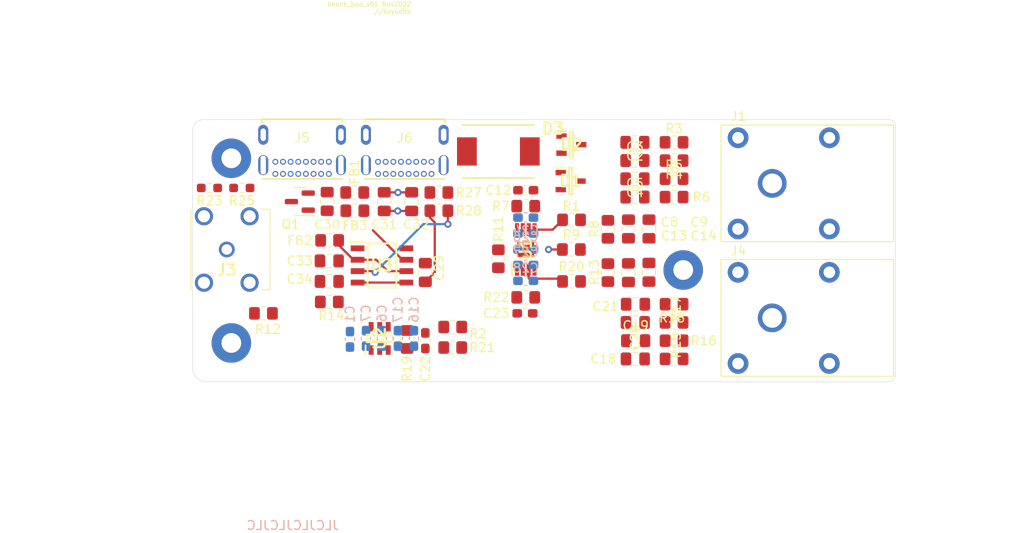
<source format=kicad_pcb>
(kicad_pcb (version 20211014) (generator pcbnew)
  (layers (0 "F.Cu" signal) (31 "B.Cu" signal) (34 "B.Paste" user) (35 "F.Paste" user) (36 "B.SilkS" user "B.Silkscreen") (37 "F.SilkS" user "F.Silkscreen") (38 "B.Mask" user) (39 "F.Mask" user) (44 "Edge.Cuts" user))
  (net 0 "")
  (net 1 "Net-(C2-Pad1)")
  (net 2 "GNDREF")
  (net 3 "VCC")
  (net 4 "Net-(C11-Pad2)")
  (net 5 "Net-(C3-Pad1)")
  (net 6 "Net-(C4-Pad1)")
  (net 7 "Net-(C10-Pad1)")
  (net 8 "greg")
  (net 9 "Net-(C10-Pad2)")
  (net 10 "Net-(C12-Pad1)")
  (net 11 "Net-(C12-Pad2)")
  (net 12 "Net-(C13-Pad1)")
  (net 13 "Net-(C18-Pad1)")
  (net 14 "Net-(C18-Pad2)")
  (net 15 "Net-(C19-Pad2)")
  (net 16 "Net-(C20-Pad2)")
  (net 17 "Net-(C22-Pad1)")
  (net 18 "Net-(C22-Pad2)")
  (net 19 "Net-(C23-Pad1)")
  (net 20 "Net-(C23-Pad2)")
  (net 21 "V-")
  (net 22 "Net-(C30-Pad2)")
  (net 23 "V+")
  (net 24 "Net-(FB2-Pad2)")
  (net 25 "Net-(J1-Pad1)")
  (net 26 "Net-(J3-Pad1)")
  (net 27 "Net-(J5-PadA6)")
  (net 30 "Net-(J6-PadA6)")
  (net 33 "Net-(R1-Pad1)")
  (net 34 "Net-(R14-Pad2)")
  (net 35 "Net-(R3-Pad2)")
  (net 36 "Net-(R4-Pad2)")
  (net 37 "Net-(R5-Pad2)")
  (net 38 "Net-(R15-Pad1)")
  (net 39 "Net-(R16-Pad1)")
  (net 40 "Net-(R17-Pad1)")
  (net 41 "Net-(U1-Pad3)")
  (net 42 "Net-(R27-Pad1)")
  (net 44 "cc1")
  (net 45 "cc2")
  (footprint "kyuditsky_kicad:Banana_Jack_S_RA_73099" (layer "F.Cu") (at 160.782 96.52)
    (fp_text reference "J4" (at -3.76 -7.48) (layer "F.SilkS"))
    (fp_text value "Conn_01x01")
    (pad "1" thru_hole circle locked (at 0 0) (size 3.2 3.2) (drill 2.2) (layers *.Cu *.Mask) (net 13 "Net-(C18-Pad1)"))
    (pad "2" thru_hole circle locked (at 6.36 -5.08) (size 2.3 2.3) (drill 1.3) (layers *.Cu *.Mask))
    (pad "2" thru_hole circle locked (at -3.8 -5.08) (size 2.3 2.3) (drill 1.3) (layers *.Cu *.Mask))
    (pad "2" thru_hole circle locked (at 6.36 5.08) (size 2.3 2.3) (drill 1.3) (layers *.Cu *.Mask))
    (pad "2" thru_hole circle locked (at -3.8 5.08) (size 2.3 2.3) (drill 1.3) (layers *.Cu *.Mask))
  )
  (footprint "kyuditsky_kicad:Banana_Jack_S_RA_73099" (layer "F.Cu") (at 160.782 81.534)
    (fp_text reference "J1" (at -3.76 -7.48) (layer "F.SilkS"))
    (fp_text value "Conn_01x01")
    (pad "1" thru_hole circle locked (at 0 0) (size 3.2 3.2) (drill 2.2) (layers *.Cu *.Mask) (net 25 "Net-(J1-Pad1)"))
    (pad "2" thru_hole circle locked (at 6.36 -5.08) (size 2.3 2.3) (drill 1.3) (layers *.Cu *.Mask))
    (pad "2" thru_hole circle locked (at -3.8 5.08) (size 2.3 2.3) (drill 1.3) (layers *.Cu *.Mask))
    (pad "2" thru_hole circle locked (at 6.36 5.08) (size 2.3 2.3) (drill 1.3) (layers *.Cu *.Mask))
    (pad "2" thru_hole circle locked (at -3.8 -5.08) (size 2.3 2.3) (drill 1.3) (layers *.Cu *.Mask))
  )
  (footprint "MountingHole:MountingHole_2.2mm_M2_Pad" (layer "F.Cu") (at 150.876 91.186)
    (fp_text reference "REF**" hide)
    (fp_text value "MountingHole_2.2mm_M2_Pad")
    (pad "1" thru_hole circle locked (at 0 0) (size 4.4 4.4) (drill 2.2) (layers *.Cu *.Mask))
  )
  (footprint "MountingHole:MountingHole_2.2mm_M2_Pad" (layer "F.Cu") (at 100.584 99.314)
    (fp_text reference "REF**" hide)
    (fp_text value "MountingHole_2.2mm_M2_Pad")
    (pad "1" thru_hole circle locked (at 0 0) (size 4.4 4.4) (drill 2.2) (layers *.Cu *.Mask))
  )
  (footprint "kyuditsky_kicad:BNC5JPGNRABH2D" (layer "F.Cu") (at 100.076 88.9 90)
    (fp_text reference "J3" (at -2.286 0) (layer "F.SilkS") (effects (font (size 1.27 1.27) (thickness 0.254))))
    (fp_text value "BNC5-J-P-GN-RA-BH2D" hide)
    (pad "1" thru_hole circle locked (at 0 0 90) (size 1.755 1.755) (drill 1.17) (layers *.Cu *.Mask) (net 26 "Net-(J3-Pad1)"))
    (pad "2" thru_hole circle locked (at -3.7 -2.54 90) (size 2.025 2.025) (drill 1.35) (layers *.Cu *.Mask) (net 2 "GNDREF"))
    (pad "3" thru_hole circle locked (at -3.7 2.54 90) (size 2.025 2.025) (drill 1.35) (layers *.Cu *.Mask) (net 2 "GNDREF"))
    (pad "4" thru_hole circle locked (at 3.7 2.54 90) (size 2.025 2.025) (drill 1.35) (layers *.Cu *.Mask) (net 2 "GNDREF"))
    (pad "5" thru_hole circle locked (at 3.7 -2.54 90) (size 2.025 2.025) (drill 1.35) (layers *.Cu *.Mask) (net 2 "GNDREF"))
  )
  (footprint "Resistor_SMD:R_0805_2012Metric_Pad1.20x1.40mm_HandSolder" (layer "F.Cu") (at 120.142 98.9225 90)
    (fp_text reference "R19" (at -3.286 0 90) (layer "F.SilkS"))
    (fp_text value "~")
    (pad "1" smd roundrect (at -1 0 90) (size 1.2 1.4) (layers "F.Cu" "F.Paste" "F.Mask") (roundrect_rratio 0.208333) (net 17 "Net-(C22-Pad1)"))
    (pad "2" smd roundrect (at 1 0 90) (size 1.2 1.4) (layers "F.Cu" "F.Paste" "F.Mask") (roundrect_rratio 0.208333) (net 18 "Net-(C22-Pad2)"))
  )
  (footprint "Resistor_SMD:R_0805_2012Metric_Pad1.20x1.40mm_HandSolder" (layer "F.Cu") (at 130.302 89.932 90)
    (fp_text reference "R11" (at 3.318 0 90) (layer "F.SilkS"))
    (fp_text value "~")
    (pad "1" smd roundrect (at -1 0 90) (size 1.2 1.4) (layers "F.Cu" "F.Paste" "F.Mask") (roundrect_rratio 0.208333) (net 20 "Net-(C23-Pad2)"))
    (pad "2" smd roundrect (at 1 0 90) (size 1.2 1.4) (layers "F.Cu" "F.Paste" "F.Mask") (roundrect_rratio 0.208333) (net 11 "Net-(C12-Pad2)"))
  )
  (footprint "kyuditsky_kicad:bav199_tp_SOT95P237X125-3N" (layer "F.Cu") (at 138.43 77.216)
    (fp_text reference "D2" (at 0 0) (layer "F.SilkS") (effects (font (size 1.27 1.27) (thickness 0.254))))
    (fp_text value "BAV199-TP" hide)
    (pad "1" smd rect locked (at -1.1 -0.95 90) (size 0.6 1.15) (layers "F.Cu" "F.Paste" "F.Mask") (net 8 "greg"))
    (pad "2" smd rect locked (at -1.1 0.95 90) (size 0.6 1.15) (layers "F.Cu" "F.Paste" "F.Mask") (net 3 "VCC"))
    (pad "3" smd rect locked (at 1.1 0 90) (size 0.6 1.15) (layers "F.Cu" "F.Paste" "F.Mask") (net 12 "Net-(C13-Pad1)"))
  )
  (footprint "Capacitor_SMD:C_0805_2012Metric_Pad1.18x1.45mm_HandSolder" (layer "F.Cu") (at 145.5045 83.058 180)
    (fp_text reference "C5" (at 0 1.524) (layer "F.SilkS"))
    (fp_text value "4pf")
    (pad "1" smd roundrect (at -1.0375 0 180) (size 1.175 1.45) (layers "F.Cu" "F.Paste" "F.Mask") (roundrect_rratio 0.212766) (net 7 "Net-(C10-Pad1)"))
    (pad "2" smd roundrect (at 1.0375 0 180) (size 1.175 1.45) (layers "F.Cu" "F.Paste" "F.Mask") (roundrect_rratio 0.212766) (net 6 "Net-(C4-Pad1)"))
  )
  (footprint "Resistor_SMD:R_0805_2012Metric_Pad1.20x1.40mm_HandSolder" (layer "F.Cu") (at 111.49 94.742)
    (fp_text reference "R14" (at 0.227064 1.524) (layer "F.SilkS"))
    (fp_text value "~")
    (pad "1" smd roundrect (at -1 0) (size 1.2 1.4) (layers "F.Cu" "F.Paste" "F.Mask") (roundrect_rratio 0.208333) (net 2 "GNDREF"))
    (pad "2" smd roundrect (at 1 0) (size 1.2 1.4) (layers "F.Cu" "F.Paste" "F.Mask") (roundrect_rratio 0.208333) (net 34 "Net-(R14-Pad2)"))
  )
  (footprint "Capacitor_SMD:C_0805_2012Metric_Pad1.18x1.45mm_HandSolder" (layer "F.Cu") (at 144.78 91.483 90)
    (fp_text reference "C13" (at 4.107 5.08) (layer "F.SilkS"))
    (fp_text value "350pF")
    (pad "1" smd roundrect (at -1.0375 0 90) (size 1.175 1.45) (layers "F.Cu" "F.Paste" "F.Mask") (roundrect_rratio 0.212766) (net 12 "Net-(C13-Pad1)"))
    (pad "2" smd roundrect (at 1.0375 0 90) (size 1.175 1.45) (layers "F.Cu" "F.Paste" "F.Mask") (roundrect_rratio 0.212766) (net 9 "Net-(C10-Pad2)"))
  )
  (footprint "Resistor_SMD:R_0805_2012Metric_Pad1.20x1.40mm_HandSolder" (layer "F.Cu") (at 111.522 87.884)
    (fp_text reference "FB2" (at -3.318 0) (layer "F.SilkS"))
    (fp_text value "Ferrite_Bead")
    (pad "1" smd roundrect (at -1 0) (size 1.2 1.4) (layers "F.Cu" "F.Paste" "F.Mask") (roundrect_rratio 0.208333) (net 2 "GNDREF"))
    (pad "2" smd roundrect (at 1 0) (size 1.2 1.4) (layers "F.Cu" "F.Paste" "F.Mask") (roundrect_rratio 0.208333) (net 24 "Net-(FB2-Pad2)"))
  )
  (footprint "Resistor_SMD:R_0805_2012Metric_Pad1.20x1.40mm_HandSolder" (layer "F.Cu") (at 125.222 99.822)
    (fp_text reference "R21" (at 3.286 0) (layer "F.SilkS"))
    (fp_text value "~")
    (pad "1" smd roundrect (at -1 0) (size 1.2 1.4) (layers "F.Cu" "F.Paste" "F.Mask") (roundrect_rratio 0.208333) (net 18 "Net-(C22-Pad2)"))
    (pad "2" smd roundrect (at 1 0) (size 1.2 1.4) (layers "F.Cu" "F.Paste" "F.Mask") (roundrect_rratio 0.208333) (net 19 "Net-(C23-Pad1)"))
  )
  (footprint "Resistor_SMD:R_0805_2012Metric_Pad1.20x1.40mm_HandSolder" (layer "F.Cu") (at 149.86 99.06 180)
    (fp_text reference "R16" (at -3.302 0) (layer "F.SilkS"))
    (fp_text value "1M")
    (pad "1" smd roundrect (at -1 0 180) (size 1.2 1.4) (layers "F.Cu" "F.Paste" "F.Mask") (roundrect_rratio 0.208333) (net 39 "Net-(R16-Pad1)"))
    (pad "2" smd roundrect (at 1 0 180) (size 1.2 1.4) (layers "F.Cu" "F.Paste" "F.Mask") (roundrect_rratio 0.208333) (net 38 "Net-(R15-Pad1)"))
  )
  (footprint "Resistor_SMD:R_0805_2012Metric_Pad1.20x1.40mm_HandSolder" (layer "F.Cu") (at 133.35 84.074)
    (fp_text reference "R7" (at -2.794 0) (layer "F.SilkS"))
    (fp_text value "~")
    (pad "1" smd roundrect (at -1 0) (size 1.2 1.4) (layers "F.Cu" "F.Paste" "F.Mask") (roundrect_rratio 0.208333) (net 10 "Net-(C12-Pad1)"))
    (pad "2" smd roundrect (at 1 0) (size 1.2 1.4) (layers "F.Cu" "F.Paste" "F.Mask") (roundrect_rratio 0.208333) (net 11 "Net-(C12-Pad2)"))
  )
  (footprint "Resistor_SMD:R_0805_2012Metric_Pad1.20x1.40mm_HandSolder" (layer "F.Cu") (at 149.86 83.058)
    (fp_text reference "R6" (at 3.048 0) (layer "F.SilkS"))
    (fp_text value "1M")
    (pad "1" smd roundrect (at -1 0) (size 1.2 1.4) (layers "F.Cu" "F.Paste" "F.Mask") (roundrect_rratio 0.208333) (net 37 "Net-(R5-Pad2)"))
    (pad "2" smd roundrect (at 1 0) (size 1.2 1.4) (layers "F.Cu" "F.Paste" "F.Mask") (roundrect_rratio 0.208333) (net 7 "Net-(C10-Pad1)"))
  )
  (footprint "Resistor_SMD:R_0805_2012Metric_Pad1.20x1.40mm_HandSolder" (layer "F.Cu") (at 142.494 91.4775 90)
    (fp_text reference "R13" (at 0.0375 -1.524 90) (layer "F.SilkS"))
    (fp_text value "50k")
    (pad "1" smd roundrect (at -1 0 90) (size 1.2 1.4) (layers "F.Cu" "F.Paste" "F.Mask") (roundrect_rratio 0.208333) (net 12 "Net-(C13-Pad1)"))
    (pad "2" smd roundrect (at 1 0 90) (size 1.2 1.4) (layers "F.Cu" "F.Paste" "F.Mask") (roundrect_rratio 0.208333) (net 9 "Net-(C10-Pad2)"))
  )
  (footprint "Resistor_SMD:R_0805_2012Metric_Pad1.20x1.40mm_HandSolder" (layer "F.Cu") (at 149.86 97.028)
    (fp_text reference "R17" (at 0.222 -1.524 90) (layer "F.SilkS"))
    (fp_text value "1M")
    (pad "1" smd roundrect (at -1 0) (size 1.2 1.4) (layers "F.Cu" "F.Paste" "F.Mask") (roundrect_rratio 0.208333) (net 40 "Net-(R17-Pad1)"))
    (pad "2" smd roundrect (at 1 0) (size 1.2 1.4) (layers "F.Cu" "F.Paste" "F.Mask") (roundrect_rratio 0.208333) (net 39 "Net-(R16-Pad1)"))
  )
  (footprint "Capacitor_SMD:C_0805_2012Metric_Pad1.18x1.45mm_HandSolder" (layer "F.Cu") (at 111.252 83.5445 90)
    (fp_text reference "C30" (at -2.5615 0) (layer "F.SilkS"))
    (fp_text value "~")
    (pad "1" smd roundrect (at -1.0375 0 90) (size 1.175 1.45) (layers "F.Cu" "F.Paste" "F.Mask") (roundrect_rratio 0.212766) (net 21 "V-"))
    (pad "2" smd roundrect (at 1.0375 0 90) (size 1.175 1.45) (layers "F.Cu" "F.Paste" "F.Mask") (roundrect_rratio 0.212766) (net 22 "Net-(C30-Pad2)"))
  )
  (footprint "Resistor_SMD:R_0805_2012Metric_Pad1.20x1.40mm_HandSolder" (layer "F.Cu") (at 125.222 97.536)
    (fp_text reference "R2" (at 2.81 0.762) (layer "F.SilkS"))
    (fp_text value "~")
    (pad "1" smd roundrect (at -1 0) (size 1.2 1.4) (layers "F.Cu" "F.Paste" "F.Mask") (roundrect_rratio 0.208333) (net 34 "Net-(R14-Pad2)"))
    (pad "2" smd roundrect (at 1 0) (size 1.2 1.4) (layers "F.Cu" "F.Paste" "F.Mask") (roundrect_rratio 0.208333) (net 10 "Net-(C12-Pad1)"))
  )
  (footprint "kyuditsky_kicad:SOIC127P600X175-8NLM7301" (layer "F.Cu") (at 117.348 90.678)
    (fp_text reference "U3" (at 0 0) (layer "F.SilkS") (effects (font (size 1.27 1.27) (thickness 0.254))))
    (fp_text value "LM7301" hide)
    (pad "1" smd rect locked (at -2.711 -1.905 90) (size 0.65 1.528) (layers "F.Cu" "F.Paste" "F.Mask"))
    (pad "2" smd rect locked (at -2.711 -0.635 90) (size 0.65 1.528) (layers "F.Cu" "F.Paste" "F.Mask") (net 24 "Net-(FB2-Pad2)"))
    (pad "3" smd rect locked (at -2.711 0.635 90) (size 0.65 1.528) (layers "F.Cu" "F.Paste" "F.Mask") (net 42 "Net-(R27-Pad1)"))
    (pad "4" smd rect locked (at -2.711 1.905 90) (size 0.65 1.528) (layers "F.Cu" "F.Paste" "F.Mask") (net 8 "greg"))
    (pad "5" smd rect locked (at 2.711 1.905 90) (size 0.65 1.528) (layers "F.Cu" "F.Paste" "F.Mask"))
    (pad "6" smd rect locked (at 2.711 0.635 90) (size 0.65 1.528) (layers "F.Cu" "F.Paste" "F.Mask") (net 24 "Net-(FB2-Pad2)"))
    (pad "7" smd rect locked (at 2.711 -0.635 90) (size 0.65 1.528) (layers "F.Cu" "F.Paste" "F.Mask") (net 3 "VCC"))
    (pad "8" smd rect locked (at 2.711 -1.905 90) (size 0.65 1.528) (layers "F.Cu" "F.Paste" "F.Mask"))
  )
  (footprint "Capacitor_SMD:C_0603_1608Metric_Pad1.08x0.95mm_HandSolder" (layer "F.Cu") (at 122.174 99.06 90)
    (fp_text reference "C22" (at -3.1485 0 90) (layer "F.SilkS"))
    (fp_text value "~")
    (pad "1" smd roundrect (at -0.8625 0 90) (size 1.075 0.95) (layers "F.Cu" "F.Paste" "F.Mask") (net 17 "Net-(C22-Pad1)"))
    (pad "2" smd roundrect (at 0.8625 0 90) (size 1.075 0.95) (layers "F.Cu" "F.Paste" "F.Mask") (net 18 "Net-(C22-Pad2)"))
  )
  (footprint "Capacitor_SMD:C_0805_2012Metric_Pad1.18x1.45mm_HandSolder" (layer "F.Cu") (at 120.65 83.566 90)
    (fp_text reference "C32" (at -2.54 0.508) (layer "F.SilkS"))
    (fp_text value "~")
    (pad "1" smd roundrect (at -1.0375 0 90) (size 1.175 1.45) (layers "F.Cu" "F.Paste" "F.Mask") (roundrect_rratio 0.212766) (net 8 "greg"))
    (pad "2" smd roundrect (at 1.0375 0 90) (size 1.175 1.45) (layers "F.Cu" "F.Paste" "F.Mask") (roundrect_rratio 0.212766) (net 3 "VCC"))
  )
  (footprint "Resistor_SMD:R_0805_2012Metric_Pad1.20x1.40mm_HandSolder" (layer "F.Cu") (at 104.156 96.012)
    (fp_text reference "R12" (at 0.492 1.778) (layer "F.SilkS"))
    (fp_text value "~")
    (pad "1" smd roundrect (at -1 0) (size 1.2 1.4) (layers "F.Cu" "F.Paste" "F.Mask") (roundrect_rratio 0.208333) (net 26 "Net-(J3-Pad1)"))
    (pad "2" smd roundrect (at 1 0) (size 1.2 1.4) (layers "F.Cu" "F.Paste" "F.Mask") (roundrect_rratio 0.208333) (net 17 "Net-(C22-Pad1)"))
  )
  (footprint "Resistor_SMD:R_0603_1608Metric_Pad0.98x0.95mm_HandSolder" (layer "F.Cu") (at 101.7505 82.042 180)
    (fp_text reference "R25" (at 0 -1.43) (layer "F.SilkS"))
    (fp_text value "5.1k")
    (pad "1" smd roundrect (at -0.9125 0 180) (size 0.975 0.95) (layers "F.Cu" "F.Paste" "F.Mask") (net 45 "cc2"))
    (pad "2" smd roundrect (at 0.9125 0 180) (size 0.975 0.95) (layers "F.Cu" "F.Paste" "F.Mask") (net 21 "V-"))
  )
  (footprint "Resistor_SMD:R_0805_2012Metric_Pad1.20x1.40mm_HandSolder" (layer "F.Cu") (at 149.86 94.996 180)
    (fp_text reference "R18" (at 0.222 -1.524) (layer "F.SilkS"))
    (fp_text value "1M")
    (pad "1" smd roundrect (at -1 0 180) (size 1.2 1.4) (layers "F.Cu" "F.Paste" "F.Mask") (roundrect_rratio 0.208333) (net 12 "Net-(C13-Pad1)"))
    (pad "2" smd roundrect (at 1 0 180) (size 1.2 1.4) (layers "F.Cu" "F.Paste" "F.Mask") (roundrect_rratio 0.208333) (net 40 "Net-(R17-Pad1)"))
  )
  (footprint "Capacitor_SMD:C_0805_2012Metric_Pad1.18x1.45mm_HandSolder" (layer "F.Cu") (at 145.542 97.028 180)
    (fp_text reference "C20" (at 0 -1.68 90) (layer "F.SilkS"))
    (fp_text value "4pf")
    (pad "1" smd roundrect (at -1.0375 0 180) (size 1.175 1.45) (layers "F.Cu" "F.Paste" "F.Mask") (roundrect_rratio 0.212766) (net 15 "Net-(C19-Pad2)"))
    (pad "2" smd roundrect (at 1.0375 0 180) (size 1.175 1.45) (layers "F.Cu" "F.Paste" "F.Mask") (roundrect_rratio 0.212766) (net 16 "Net-(C20-Pad2)"))
  )
  (footprint "Capacitor_SMD:C_0805_2012Metric_Pad1.18x1.45mm_HandSolder" (layer "F.Cu") (at 145.542 101.092 180)
    (fp_text reference "C18" (at 3.556 0) (layer "F.SilkS"))
    (fp_text value "4pf")
    (pad "1" smd roundrect (at -1.0375 0 180) (size 1.175 1.45) (layers "F.Cu" "F.Paste" "F.Mask") (roundrect_rratio 0.212766) (net 13 "Net-(C18-Pad1)"))
    (pad "2" smd roundrect (at 1.0375 0 180) (size 1.175 1.45) (layers "F.Cu" "F.Paste" "F.Mask") (roundrect_rratio 0.212766) (net 14 "Net-(C18-Pad2)"))
  )
  (footprint "Resistor_SMD:R_0805_2012Metric_Pad1.20x1.40mm_HandSolder" (layer "F.Cu") (at 142.494 86.6515 90)
    (fp_text reference "R8" (at 0.0375 -1.524 90) (layer "F.SilkS"))
    (fp_text value "50k")
    (pad "1" smd roundrect (at -1 0 90) (size 1.2 1.4) (layers "F.Cu" "F.Paste" "F.Mask") (roundrect_rratio 0.208333) (net 9 "Net-(C10-Pad2)"))
    (pad "2" smd roundrect (at 1 0 90) (size 1.2 1.4) (layers "F.Cu" "F.Paste" "F.Mask") (roundrect_rratio 0.208333) (net 7 "Net-(C10-Pad1)"))
  )
  (footprint "Capacitor_SMD:C_0805_2012Metric_Pad1.18x1.45mm_HandSolder" (layer "F.Cu") (at 111.4845 90.17 180)
    (fp_text reference "C33" (at 3.2805 0) (layer "F.SilkS"))
    (fp_text value "~")
    (pad "1" smd roundrect (at -1.0375 0 180) (size 1.175 1.45) (layers "F.Cu" "F.Paste" "F.Mask") (roundrect_rratio 0.212766) (net 8 "greg"))
    (pad "2" smd roundrect (at 1.0375 0 180) (size 1.175 1.45) (layers "F.Cu" "F.Paste" "F.Mask") (roundrect_rratio 0.212766) (net 2 "GNDREF"))
  )
  (footprint "kyuditsky_kicad:SOP65P490X110-9N_LTC6269" (layer "F.Cu") (at 133.35 88.9 90)
    (fp_text reference "U1" (at 0 0 90) (layer "F.SilkS") (effects (font (size 1.27 1.27) (thickness 0.254))))
    (fp_text value "LTC6269" hide)
    (pad "1" smd rect locked (at -2.212 -0.975 180) (size 0.45 1.425) (layers "F.Cu" "F.Paste" "F.Mask") (net 19 "Net-(C23-Pad1)"))
    (pad "2" smd rect locked (at -2.212 -0.325 180) (size 0.45 1.425) (layers "F.Cu" "F.Paste" "F.Mask") (net 20 "Net-(C23-Pad2)"))
    (pad "3" smd rect locked (at -2.212 0.325 180) (size 0.45 1.425) (layers "F.Cu" "F.Paste" "F.Mask") (net 41 "Net-(U1-Pad3)"))
    (pad "4" smd rect locked (at -2.212 0.975 180) (size 0.45 1.425) (layers "F.Cu" "F.Paste" "F.Mask") (net 8 "greg"))
    (pad "5" smd rect locked (at 2.212 0.975 180) (size 0.45 1.425) (layers "F.Cu" "F.Paste" "F.Mask") (net 33 "Net-(R1-Pad1)"))
    (pad "6" smd rect locked (at 2.212 0.325 180) (size 0.45 1.425) (layers "F.Cu" "F.Paste" "F.Mask") (net 11 "Net-(C12-Pad2)"))
    (pad "7" smd rect locked (at 2.212 -0.325 180) (size 0.45 1.425) (layers "F.Cu" "F.Paste" "F.Mask") (net 10 "Net-(C12-Pad1)"))
    (pad "8" smd rect locked (at 2.212 -0.975 180) (size 0.45 1.425) (layers "F.Cu" "F.Paste" "F.Mask") (net 3 "VCC"))
    (pad "9" smd rect locked (at 0 0 90) (size 1.68 1.88) (layers "F.Cu" "F.Paste" "F.Mask"))
  )
  (footprint "Resistor_SMD:R_0805_2012Metric_Pad1.20x1.40mm_HandSolder" (layer "F.Cu") (at 123.682 82.55 180)
    (fp_text reference "R27" (at -3.318 0) (layer "F.SilkS"))
    (fp_text value "~")
    (pad "1" smd roundrect (at -1 0 180) (size 1.2 1.4) (layers "F.Cu" "F.Paste" "F.Mask") (roundrect_rratio 0.208333) (net 42 "Net-(R27-Pad1)"))
    (pad "2" smd roundrect (at 1 0 180) (size 1.2 1.4) (layers "F.Cu" "F.Paste" "F.Mask") (roundrect_rratio 0.208333) (net 3 "VCC"))
  )
  (footprint "Resistor_SMD:R_0805_2012Metric_Pad1.20x1.40mm_HandSolder" (layer "F.Cu") (at 114.332 84.582 180)
    (fp_text reference "FB3" (at 0 -1.65) (layer "F.SilkS"))
    (fp_text value "Ferrite_Bead")
    (pad "1" smd roundrect (at -1 0 180) (size 1.2 1.4) (layers "F.Cu" "F.Paste" "F.Mask") (roundrect_rratio 0.208333) (net 8 "greg"))
    (pad "2" smd roundrect (at 1 0 180) (size 1.2 1.4) (layers "F.Cu" "F.Paste" "F.Mask") (roundrect_rratio 0.208333) (net 21 "V-"))
  )
  (footprint "Resistor_SMD:R_0805_2012Metric_Pad1.20x1.40mm_HandSolder" (layer "F.Cu") (at 149.86 81.026 180)
    (fp_text reference "R5" (at 0 1.524) (layer "F.SilkS"))
    (fp_text value "1M")
    (pad "1" smd roundrect (at -1 0 180) (size 1.2 1.4) (layers "F.Cu" "F.Paste" "F.Mask") (roundrect_rratio 0.208333) (net 36 "Net-(R4-Pad2)"))
    (pad "2" smd roundrect (at 1 0 180) (size 1.2 1.4) (layers "F.Cu" "F.Paste" "F.Mask") (roundrect_rratio 0.208333) (net 37 "Net-(R5-Pad2)"))
  )
  (footprint "Resistor_SMD:R_0805_2012Metric_Pad1.20x1.40mm_HandSolder" (layer "F.Cu") (at 138.43 88.9)
    (fp_text reference "R9" (at 0 -1.65) (layer "F.SilkS"))
    (fp_text value "DNP")
    (pad "1" smd roundrect (at -1 0) (size 1.2 1.4) (layers "F.Cu" "F.Paste" "F.Mask") (roundrect_rratio 0.208333) (net 2 "GNDREF"))
    (pad "2" smd roundrect (at 1 0) (size 1.2 1.4) (layers "F.Cu" "F.Paste" "F.Mask") (roundrect_rratio 0.208333) (net 9 "Net-(C10-Pad2)"))
  )
  (footprint "Capacitor_SMD:C_0805_2012Metric_Pad1.18x1.45mm_HandSolder" (layer "F.Cu") (at 117.602 83.566 90)
    (fp_text reference "C31" (at -2.54 0) (layer "F.SilkS"))
    (fp_text value "~")
    (pad "1" smd roundrect (at -1.0375 0 90) (size 1.175 1.45) (layers "F.Cu" "F.Paste" "F.Mask") (roundrect_rratio 0.212766) (net 8 "greg"))
    (pad "2" smd roundrect (at 1.0375 0 90) (size 1.175 1.45) (layers "F.Cu" "F.Paste" "F.Mask") (roundrect_rratio 0.212766) (net 3 "VCC"))
  )
  (footprint "Capacitor_SMD:C_0805_2012Metric_Pad1.18x1.45mm_HandSolder" (layer "F.Cu") (at 145.585 99.06)
    (fp_text reference "C19" (at 0 -1.68) (layer "F.SilkS"))
    (fp_text value "4pf")
    (pad "1" smd roundrect (at -1.0375 0) (size 1.175 1.45) (layers "F.Cu" "F.Paste" "F.Mask") (roundrect_rratio 0.212766) (net 14 "Net-(C18-Pad2)"))
    (pad "2" smd roundrect (at 1.0375 0) (size 1.175 1.45) (layers "F.Cu" "F.Paste" "F.Mask") (roundrect_rratio 0.212766) (net 15 "Net-(C19-Pad2)"))
  )
  (footprint "Capacitor_SMD:C_0805_2012Metric_Pad1.18x1.45mm_HandSolder" (layer "F.Cu") (at 145.5045 78.994 180)
    (fp_text reference "C3" (at 0 1.524) (layer "F.SilkS"))
    (fp_text value "4pf")
    (pad "1" smd roundrect (at -1.0375 0 180) (size 1.175 1.45) (layers "F.Cu" "F.Paste" "F.Mask") (roundrect_rratio 0.212766) (net 5 "Net-(C3-Pad1)"))
    (pad "2" smd roundrect (at 1.0375 0 180) (size 1.175 1.45) (layers "F.Cu" "F.Paste" "F.Mask") (roundrect_rratio 0.212766) (net 1 "Net-(C2-Pad1)"))
  )
  (footprint "Resistor_SMD:R_0805_2012Metric_Pad1.20x1.40mm_HandSolder" (layer "F.Cu") (at 149.86 101.092)
    (fp_text reference "R15" (at 0.222 -1.524 90) (layer "F.SilkS"))
    (fp_text value "1M")
    (pad "1" smd roundrect (at -1 0) (size 1.2 1.4) (layers "F.Cu" "F.Paste" "F.Mask") (roundrect_rratio 0.208333) (net 38 "Net-(R15-Pad1)"))
    (pad "2" smd roundrect (at 1 0) (size 1.2 1.4) (layers "F.Cu" "F.Paste" "F.Mask") (roundrect_rratio 0.208333) (net 13 "Net-(C18-Pad1)"))
  )
  (footprint "Capacitor_SMD:C_0603_1608Metric_Pad1.08x0.95mm_HandSolder" (layer "F.Cu") (at 133.2655 96.012)
    (fp_text reference "C23" (at -3.2015 0) (layer "F.SilkS"))
    (fp_text value "~")
    (pad "1" smd roundrect (at -0.8625 0) (size 1.075 0.95) (layers "F.Cu" "F.Paste" "F.Mask") (net 19 "Net-(C23-Pad1)"))
    (pad "2" smd roundrect (at 0.8625 0) (size 1.075 0.95) (layers "F.Cu" "F.Paste" "F.Mask") (net 20 "Net-(C23-Pad2)"))
  )
  (footprint "MountingHole:MountingHole_2.2mm_M2_Pad" (layer "F.Cu") (at 100.584 78.74)
    (fp_text reference "REF**" hide)
    (fp_text value "MountingHole_2.2mm_M2_Pad")
    (pad "1" thru_hole circle locked (at 0 0) (size 4.4 4.4) (drill 2.2) (layers *.Cu *.Mask))
  )
  (footprint "kyuditsky_kicad:littlefuseTVS" (layer "F.Cu") (at 130.302 77.978 180)
    (fp_text reference "D3" (at -6.096 2.54) (layer "F.SilkS") (effects (font (size 1.27 1.27) (thickness 0.254))))
    (fp_text value "SMCJ5.0A" hide)
    (pad "1" smd rect locked (at -3.5 0 180) (size 2.2 3.15) (layers "F.Cu" "F.Paste" "F.Mask") (net 23 "V+"))
    (pad "2" smd rect locked (at 3.5 0 180) (size 2.2 3.15) (layers "F.Cu" "F.Paste" "F.Mask") (net 21 "V-"))
  )
  (footprint "kyuditsky_kicad:SOT95P280X100-6N_LTC6268" (layer "F.Cu") (at 117.094 98.806 90)
    (fp_text reference "U2" (at 0 0 90) (layer "F.SilkS") (effects (font (size 1.27 1.27) (thickness 0.254))))
    (fp_text value "LTC6268" hide)
    (pad "1" smd rect locked (at -1.3 -0.95 180) (size 0.55 1.05) (layers "F.Cu" "F.Paste" "F.Mask") (net 17 "Net-(C22-Pad1)"))
    (pad "2" smd rect locked (at -1.3 0 180) (size 0.55 1.05) (layers "F.Cu" "F.Paste" "F.Mask") (net 8 "greg"))
    (pad "3" smd rect locked (at -1.3 0.95 180) (size 0.55 1.05) (layers "F.Cu" "F.Paste" "F.Mask") (net 34 "Net-(R14-Pad2)"))
    (pad "4" smd rect locked (at 1.3 0.95 180) (size 0.55 1.05) (layers "F.Cu" "F.Paste" "F.Mask") (net 18 "Net-(C22-Pad2)"))
    (pad "5" smd rect locked (at 1.3 0 180) (size 0.55 1.05) (layers "F.Cu" "F.Paste" "F.Mask"))
    (pad "6" smd rect locked (at 1.3 -0.95 180) (size 0.55 1.05) (layers "F.Cu" "F.Paste" "F.Mask") (net 3 "VCC"))
  )
  (footprint "Resistor_SMD:R_0805_2012Metric_Pad1.20x1.40mm_HandSolder" (layer "F.Cu") (at 133.35 94.234)
    (fp_text reference "R22" (at -3.286 0) (layer "F.SilkS"))
    (fp_text value "~")
    (pad "1" smd roundrect (at -1 0) (size 1.2 1.4) (layers "F.Cu" "F.Paste" "F.Mask") (roundrect_rratio 0.208333) (net 19 "Net-(C23-Pad1)"))
    (pad "2" smd roundrect (at 1 0) (size 1.2 1.4) (layers "F.Cu" "F.Paste" "F.Mask") (roundrect_rratio 0.208333) (net 20 "Net-(C23-Pad2)"))
  )
  (footprint "Resistor_SMD:R_0805_2012Metric_Pad1.20x1.40mm_HandSolder" (layer "F.Cu") (at 149.86 76.962 180)
    (fp_text reference "R3" (at 0 1.524) (layer "F.SilkS"))
    (fp_text value "1M")
    (pad "1" smd roundrect (at -1 0 180) (size 1.2 1.4) (layers "F.Cu" "F.Paste" "F.Mask") (roundrect_rratio 0.208333) (net 4 "Net-(C11-Pad2)"))
    (pad "2" smd roundrect (at 1 0 180) (size 1.2 1.4) (layers "F.Cu" "F.Paste" "F.Mask") (roundrect_rratio 0.208333) (net 35 "Net-(R3-Pad2)"))
  )
  (footprint "kyuditsky_kicad:GCT_USB4085-GF-A_REVA4" (layer "F.Cu") (at 119.888 76.454 180)
    (fp_text reference "J6" (at 0 0) (layer "F.SilkS") (effects (font (size 1.00015 1.00015))))
    (fp_text value "USB4085-GF-A_REVA4")
    (pad "A1" thru_hole circle locked (at -2.975 -4.025 180) (size 0.65 0.65) (drill 0.4) (layers *.Cu *.Mask) (net 21 "V-"))
    (pad "A4" thru_hole circle locked (at -2.125 -4.025 180) (size 0.65 0.65) (drill 0.4) (layers *.Cu *.Mask) (net 23 "V+"))
    (pad "A5" thru_hole circle locked (at -1.275 -4.025 180) (size 0.65 0.65) (drill 0.4) (layers *.Cu *.Mask) (net 44 "cc1"))
    (pad "A6" thru_hole circle locked (at -0.425 -4.025 180) (size 0.65 0.65) (drill 0.4) (layers *.Cu *.Mask) (net 30 "Net-(J6-PadA6)"))
    (pad "A7" thru_hole circle locked (at 0.425 -4.025 180) (size 0.65 0.65) (drill 0.4) (layers *.Cu *.Mask) (net 30 "Net-(J6-PadA6)"))
    (pad "A8" thru_hole circle locked (at 1.275 -4.025 180) (size 0.65 0.65) (drill 0.4) (layers *.Cu *.Mask))
    (pad "A9" thru_hole circle locked (at 2.125 -4.025 180) (size 0.65 0.65) (drill 0.4) (layers *.Cu *.Mask) (net 23 "V+"))
    (pad "A12" thru_hole circle locked (at 2.975 -4.025 180) (size 0.65 0.65) (drill 0.4) (layers *.Cu *.Mask) (net 21 "V-"))
    (pad "B1" thru_hole circle locked (at 2.975 -2.675 180) (size 0.65 0.65) (drill 0.4) (layers *.Cu *.Mask) (net 21 "V-"))
    (pad "B4" thru_hole circle locked (at 2.125 -2.675 180) (size 0.65 0.65) (drill 0.4) (layers *.Cu *.Mask) (net 23 "V+"))
    (pad "B5" thru_hole circle locked (at 1.275 -2.675 180) (size 0.65 0.65) (drill 0.4) (layers *.Cu *.Mask) (net 45 "cc2"))
    (pad "B6" thru_hole circle locked (at 0.425 -2.675 180) (size 0.65 0.65) (drill 0.4) (layers *.Cu *.Mask) (net 30 "Net-(J6-PadA6)"))
    (pad "B7" thru_hole circle locked (at -0.425 -2.675 180) (size 0.65 0.65) (drill 0.4) (layers *.Cu *.Mask) (net 30 "Net-(J6-PadA6)"))
    (pad "B8" thru_hole circle locked (at -1.275 -2.675 180) (size 0.65 0.65) (drill 0.4) (layers *.Cu *.Mask))
    (pad "B9" thru_hole circle locked (at -2.125 -2.675 180) (size 0.65 0.65) (drill 0.4) (layers *.Cu *.Mask) (net 23 "V+"))
    (pad "B12" thru_hole circle locked (at -2.975 -2.675 180) (size 0.65 0.65) (drill 0.4) (layers *.Cu *.Mask) (net 21 "V-"))
    (pad "P1" thru_hole oval locked (at -4.325 -3.045 180) (size 1.108 2.216) (drill oval 0.6 2.1) (layers *.Cu *.Mask) (net 21 "V-"))
    (pad "P2" thru_hole oval locked (at 4.325 -3.045 180) (size 1.108 2.216) (drill oval 0.6 2.1) (layers *.Cu *.Mask) (net 21 "V-"))
    (pad "P3" thru_hole oval locked (at 4.325 0.335 180) (size 1.108 2.216) (drill oval 0.6 1.4) (layers *.Cu *.Mask) (net 21 "V-"))
    (pad "P4" thru_hole oval locked (at -4.325 0.335 180) (size 1.108 2.216) (drill oval 0.6 1.4) (layers *.Cu *.Mask) (net 21 "V-"))
  )
  (footprint "Capacitor_SMD:C_0603_1608Metric_Pad1.08x0.95mm_HandSolder" (layer "F.Cu") (at 133.35 82.296)
    (fp_text reference "C12" (at -3.048 0) (layer "F.SilkS"))
    (fp_text value "~")
    (pad "1" smd roundrect (at -0.8625 0) (size 1.075 0.95) (layers "F.Cu" "F.Paste" "F.Mask") (net 10 "Net-(C12-Pad1)"))
    (pad "2" smd roundrect (at 0.8625 0) (size 1.075 0.95) (layers "F.Cu" "F.Paste" "F.Mask") (net 11 "Net-(C12-Pad2)"))
  )
  (footprint "kyuditsky_kicad:GCT_USB4085-GF-A_REVA4" (layer "F.Cu") (at 108.458 76.454 180)
    (fp_text reference "J5" (at 0 0) (layer "F.SilkS") (effects (font (size 1.00015 1.00015))))
    (fp_text value "USB4085-GF-A_REVA4")
    (pad "A1" thru_hole circle locked (at -2.975 -4.025 180) (size 0.65 0.65) (drill 0.4) (layers *.Cu *.Mask) (net 21 "V-"))
    (pad "A4" thru_hole circle locked (at -2.125 -4.025 180) (size 0.65 0.65) (drill 0.4) (layers *.Cu *.Mask) (net 23 "V+"))
    (pad "A5" thru_hole circle locked (at -1.275 -4.025 180) (size 0.65 0.65) (drill 0.4) (layers *.Cu *.Mask) (net 44 "cc1"))
    (pad "A6" thru_hole circle locked (at -0.425 -4.025 180) (size 0.65 0.65) (drill 0.4) (layers *.Cu *.Mask) (net 27 "Net-(J5-PadA6)"))
    (pad "A7" thru_hole circle locked (at 0.425 -4.025 180) (size 0.65 0.65) (drill 0.4) (layers *.Cu *.Mask) (net 27 "Net-(J5-PadA6)"))
    (pad "A8" thru_hole circle locked (at 1.275 -4.025 180) (size 0.65 0.65) (drill 0.4) (layers *.Cu *.Mask))
    (pad "A9" thru_hole circle locked (at 2.125 -4.025 180) (size 0.65 0.65) (drill 0.4) (layers *.Cu *.Mask) (net 23 "V+"))
    (pad "A12" thru_hole circle locked (at 2.975 -4.025 180) (size 0.65 0.65) (drill 0.4) (layers *.Cu *.Mask) (net 21 "V-"))
    (pad "B1" thru_hole circle locked (at 2.975 -2.675 180) (size 0.65 0.65) (drill 0.4) (layers *.Cu *.Mask) (net 21 "V-"))
    (pad "B4" thru_hole circle locked (at 2.125 -2.675 180) (size 0.65 0.65) (drill 0.4) (layers *.Cu *.Mask) (net 23 "V+"))
    (pad "B5" thru_hole circle locked (at 1.275 -2.675 180) (size 0.65 0.65) (drill 0.4) (layers *.Cu *.Mask) (net 45 "cc2"))
    (pad "B6" thru_hole circle locked (at 0.425 -2.675 180) (size 0.65 0.65) (drill 0.4) (layers *.Cu *.Mask) (net 27 "Net-(J5-PadA6)"))
    (pad "B7" thru_hole circle locked (at -0.425 -2.675 180) (size 0.65 0.65) (drill 0.4) (layers *.Cu *.Mask) (net 27 "Net-(J5-PadA6)"))
    (pad "B8" thru_hole circle locked (at -1.275 -2.675 180) (size 0.65 0.65) (drill 0.4) (layers *.Cu *.Mask))
    (pad "B9" thru_hole circle locked (at -2.125 -2.675 180) (size 0.65 0.65) (drill 0.4) (layers *.Cu *.Mask) (net 23 "V+"))
    (pad "B12" thru_hole circle locked (at -2.975 -2.675 180) (size 0.65 0.65) (drill 0.4) (layers *.Cu *.Mask) (net 21 "V-"))
    (pad "P1" thru_hole oval locked (at -4.325 -3.045 180) (size 1.108 2.216) (drill oval 0.6 2.1) (layers *.Cu *.Mask) (net 21 "V-"))
    (pad "P2" thru_hole oval locked (at 4.325 -3.045 180) (size 1.108 2.216) (drill oval 0.6 2.1) (layers *.Cu *.Mask) (net 21 "V-"))
    (pad "P3" thru_hole oval locked (at 4.325 0.335 180) (size 1.108 2.216) (drill oval 0.6 1.4) (layers *.Cu *.Mask) (net 21 "V-"))
    (pad "P4" thru_hole oval locked (at -4.325 0.335 180) (size 1.108 2.216) (drill oval 0.6 1.4) (layers *.Cu *.Mask) (net 21 "V-"))
  )
  (footprint "Capacitor_SMD:C_0805_2012Metric_Pad1.18x1.45mm_HandSolder" (layer "F.Cu") (at 145.5635 94.996)
    (fp_text reference "C21" (at -3.3235 0.254) (layer "F.SilkS"))
    (fp_text value "4pf")
    (pad "1" smd roundrect (at -1.0375 0) (size 1.175 1.45) (layers "F.Cu" "F.Paste" "F.Mask") (roundrect_rratio 0.212766) (net 16 "Net-(C20-Pad2)"))
    (pad "2" smd roundrect (at 1.0375 0) (size 1.175 1.45) (layers "F.Cu" "F.Paste" "F.Mask") (roundrect_rratio 0.212766) (net 12 "Net-(C13-Pad1)"))
  )
  (footprint "Capacitor_SMD:C_0805_2012Metric_Pad1.18x1.45mm_HandSolder" (layer "F.Cu") (at 144.78 86.614 90)
    (fp_text reference "C8" (at 0.762 4.572) (layer "F.SilkS"))
    (fp_text value "350pF")
    (pad "1" smd roundrect (at -1.0375 0 90) (size 1.175 1.45) (layers "F.Cu" "F.Paste" "F.Mask") (roundrect_rratio 0.212766) (net 9 "Net-(C10-Pad2)"))
    (pad "2" smd roundrect (at 1.0375 0 90) (size 1.175 1.45) (layers "F.Cu" "F.Paste" "F.Mask") (roundrect_rratio 0.212766) (net 7 "Net-(C10-Pad1)"))
  )
  (footprint "Resistor_SMD:R_0805_2012Metric_Pad1.20x1.40mm_HandSolder" (layer "F.Cu") (at 138.446 92.456)
    (fp_text reference "R20" (at 0 -1.65) (layer "F.SilkS"))
    (fp_text value "~")
    (pad "1" smd roundrect (at -1 0) (size 1.2 1.4) (layers "F.Cu" "F.Paste" "F.Mask") (roundrect_rratio 0.208333) (net 41 "Net-(U1-Pad3)"))
    (pad "2" smd roundrect (at 1 0) (size 1.2 1.4) (layers "F.Cu" "F.Paste" "F.Mask") (roundrect_rratio 0.208333) (net 12 "Net-(C13-Pad1)"))
  )
  (footprint "Capacitor_SMD:C_0805_2012Metric_Pad1.18x1.45mm_HandSolder" (layer "F.Cu") (at 147.066 86.614 90)
    (fp_text reference "C9" (at 0.762 5.588) (layer "F.SilkS"))
    (fp_text value "350pF")
    (pad "1" smd roundrect (at -1.0375 0 90) (size 1.175 1.45) (layers "F.Cu" "F.Paste" "F.Mask") (roundrect_rratio 0.212766) (net 9 "Net-(C10-Pad2)"))
    (pad "2" smd roundrect (at 1.0375 0 90) (size 1.175 1.45) (layers "F.Cu" "F.Paste" "F.Mask") (roundrect_rratio 0.212766) (net 7 "Net-(C10-Pad1)"))
  )
  (footprint "Resistor_SMD:R_0805_2012Metric_Pad1.20x1.40mm_HandSolder" (layer "F.Cu") (at 114.316 82.55 180)
    (fp_text reference "FB1" (at 0.016 2.286 90) (layer "F.SilkS"))
    (fp_text value "Ferrite_Bead")
    (pad "1" smd roundrect (at -1 0 180) (size 1.2 1.4) (layers "F.Cu" "F.Paste" "F.Mask") (roundrect_rratio 0.208333) (net 3 "VCC"))
    (pad "2" smd roundrect (at 1 0 180) (size 1.2 1.4) (layers "F.Cu" "F.Paste" "F.Mask") (roundrect_rratio 0.208333) (net 22 "Net-(C30-Pad2)"))
  )
  (footprint "Package_TO_SOT_SMD:SOT-23" (layer "F.Cu") (at 108.204 83.566 180)
    (fp_text reference "Q1" (at 1.016 -2.54) (layer "F.SilkS"))
    (fp_text value "AO3401A")
    (pad "1" smd roundrect (at -0.9375 -0.95 180) (size 1.475 0.6) (layers "F.Cu" "F.Paste" "F.Mask") (net 21 "V-"))
    (pad "2" smd roundrect (at -0.9375 0.95 180) (size 1.475 0.6) (layers "F.Cu" "F.Paste" "F.Mask") (net 22 "Net-(C30-Pad2)"))
    (pad "3" smd roundrect (at 0.9375 0 180) (size 1.475 0.6) (layers "F.Cu" "F.Paste" "F.Mask") (net 23 "V+"))
  )
  (footprint "Capacitor_SMD:C_0805_2012Metric_Pad1.18x1.45mm_HandSolder" (layer "F.Cu") (at 147.066 91.44 90)
    (fp_text reference "C14" (at 4.064 6.096) (layer "F.SilkS"))
    (fp_text value "350pF")
    (pad "1" smd roundrect (at -1.0375 0 90) (size 1.175 1.45) (layers "F.Cu" "F.Paste" "F.Mask") (roundrect_rratio 0.212766) (net 12 "Net-(C13-Pad1)"))
    (pad "2" smd roundrect (at 1.0375 0 90) (size 1.175 1.45) (layers "F.Cu" "F.Paste" "F.Mask") (roundrect_rratio 0.212766) (net 9 "Net-(C10-Pad2)"))
  )
  (footprint "Capacitor_SMD:C_0805_2012Metric_Pad1.18x1.45mm_HandSolder" (layer "F.Cu") (at 145.5045 81.026)
    (fp_text reference "C4" (at 0 1.524) (layer "F.SilkS"))
    (fp_text value "4pf")
    (pad "1" smd roundrect (at -1.0375 0) (size 1.175 1.45) (layers "F.Cu" "F.Paste" "F.Mask") (roundrect_rratio 0.212766) (net 6 "Net-(C4-Pad1)"))
    (pad "2" smd roundrect (at 1.0375 0) (size 1.175 1.45) (layers "F.Cu" "F.Paste" "F.Mask") (roundrect_rratio 0.212766) (net 5 "Net-(C3-Pad1)"))
  )
  (footprint "Capacitor_SMD:C_0805_2012Metric_Pad1.18x1.45mm_HandSolder" (layer "F.Cu") (at 145.5045 76.962)
    (fp_text reference "C2" (at 0 1.524) (layer "F.SilkS"))
    (fp_text value "4pf")
    (pad "1" smd roundrect (at -1.0375 0) (size 1.175 1.45) (layers "F.Cu" "F.Paste" "F.Mask") (roundrect_rratio 0.212766) (net 1 "Net-(C2-Pad1)"))
    (pad "2" smd roundrect (at 1.0375 0) (size 1.175 1.45) (layers "F.Cu" "F.Paste" "F.Mask") (roundrect_rratio 0.212766) (net 4 "Net-(C11-Pad2)"))
  )
  (footprint "kyuditsky_kicad:bav199_tp_SOT95P237X125-3N" (layer "F.Cu") (at 138.346 81.28)
    (fp_text reference "D1" (at 0 0) (layer "F.SilkS") (effects (font (size 1.27 1.27) (thickness 0.254))))
    (fp_text value "BAV199-TP" hide)
    (pad "1" smd rect locked (at -1.1 -0.95 90) (size 0.6 1.15) (layers "F.Cu" "F.Paste" "F.Mask") (net 8 "greg"))
    (pad "2" smd rect locked (at -1.1 0.95 90) (size 0.6 1.15) (layers "F.Cu" "F.Paste" "F.Mask") (net 3 "VCC"))
    (pad "3" smd rect locked (at 1.1 0 90) (size 0.6 1.15) (layers "F.Cu" "F.Paste" "F.Mask") (net 7 "Net-(C10-Pad1)"))
  )
  (footprint "Capacitor_SMD:C_0805_2012Metric_Pad1.18x1.45mm_HandSolder" (layer "F.Cu") (at 122.174 91.4615 90)
    (fp_text reference "C29" (at 0.5295 1.524 90) (layer "F.SilkS"))
    (fp_text value "~")
    (pad "1" smd roundrect (at -1.0375 0 90) (size 1.175 1.45) (layers "F.Cu" "F.Paste" "F.Mask") (roundrect_rratio 0.212766) (net 8 "greg"))
    (pad "2" smd roundrect (at 1.0375 0 90) (size 1.175 1.45) (layers "F.Cu" "F.Paste" "F.Mask") (roundrect_rratio 0.212766) (net 3 "VCC"))
  )
  (footprint "Resistor_SMD:R_0805_2012Metric_Pad1.20x1.40mm_HandSolder" (layer "F.Cu") (at 138.446 85.598)
    (fp_text reference "R1" (at -0.016 -1.524) (layer "F.SilkS"))
    (fp_text value "~")
    (pad "1" smd roundrect (at -1 0) (size 1.2 1.4) (layers "F.Cu" "F.Paste" "F.Mask") (roundrect_rratio 0.208333) (net 33 "Net-(R1-Pad1)"))
    (pad "2" smd roundrect (at 1 0) (size 1.2 1.4) (layers "F.Cu" "F.Paste" "F.Mask") (roundrect_rratio 0.208333) (net 7 "Net-(C10-Pad1)"))
  )
  (footprint "Resistor_SMD:R_0805_2012Metric_Pad1.20x1.40mm_HandSolder" (layer "F.Cu") (at 123.682 84.582 180)
    (fp_text reference "R28" (at -3.318 0) (layer "F.SilkS"))
    (fp_text value "~")
    (pad "1" smd roundrect (at -1 0 180) (size 1.2 1.4) (layers "F.Cu" "F.Paste" "F.Mask") (roundrect_rratio 0.208333) (net 42 "Net-(R27-Pad1)"))
    (pad "2" smd roundrect (at 1 0 180) (size 1.2 1.4) (layers "F.Cu" "F.Paste" "F.Mask") (roundrect_rratio 0.208333) (net 8 "greg"))
  )
  (footprint "Capacitor_SMD:C_0805_2012Metric_Pad1.18x1.45mm_HandSolder" (layer "F.Cu") (at 111.4845 92.456 180)
    (fp_text reference "C34" (at 3.2805 0.254) (layer "F.SilkS"))
    (fp_text value "~")
    (pad "1" smd roundrect (at -1.0375 0 180) (size 1.175 1.45) (layers "F.Cu" "F.Paste" "F.Mask") (roundrect_rratio 0.212766) (net 8 "greg"))
    (pad "2" smd roundrect (at 1.0375 0 180) (size 1.175 1.45) (layers "F.Cu" "F.Paste" "F.Mask") (roundrect_rratio 0.212766) (net 2 "GNDREF"))
  )
  (footprint "Resistor_SMD:R_0805_2012Metric_Pad1.20x1.40mm_HandSolder" (layer "F.Cu") (at 149.86 78.994)
    (fp_text reference "R4" (at 0 1.524) (layer "F.SilkS"))
    (fp_text value "1M")
    (pad "1" smd roundrect (at -1 0) (size 1.2 1.4) (layers "F.Cu" "F.Paste" "F.Mask") (roundrect_rratio 0.208333) (net 35 "Net-(R3-Pad2)"))
    (pad "2" smd roundrect (at 1 0) (size 1.2 1.4) (layers "F.Cu" "F.Paste" "F.Mask") (roundrect_rratio 0.208333) (net 36 "Net-(R4-Pad2)"))
  )
  (footprint "Resistor_SMD:R_0603_1608Metric_Pad0.98x0.95mm_HandSolder" (layer "F.Cu") (at 98.1475 82.042 180)
    (fp_text reference "R23" (at 0 -1.43) (layer "F.SilkS"))
    (fp_text value "5.1k")
    (pad "1" smd roundrect (at -0.9125 0 180) (size 0.975 0.95) (layers "F.Cu" "F.Paste" "F.Mask") (net 21 "V-"))
    (pad "2" smd roundrect (at 0.9125 0 180) (size 0.975 0.95) (layers "F.Cu" "F.Paste" "F.Mask") (net 44 "cc1"))
  )
  (footprint "Capacitor_SMD:C_0603_1608Metric_Pad1.08x0.95mm_HandSolder" (layer "B.Cu") (at 120.904 98.806 -90)
    (fp_text reference "C16" (at -3.2015 0 90) (layer "B.SilkS") (effects (justify mirror)))
    (fp_text value "~")
    (pad "1" smd roundrect (at -0.8625 0 270) (size 1.075 0.95) (layers "B.Cu" "B.Paste" "B.Mask") (net 2 "GNDREF"))
    (pad "2" smd roundrect (at 0.8625 0 270) (size 1.075 0.95) (layers "B.Cu" "B.Paste" "B.Mask") (net 8 "greg"))
  )
  (footprint "Capacitor_SMD:C_0603_1608Metric_Pad1.08x0.95mm_HandSolder" (layer "B.Cu") (at 133.35 85.344)
    (fp_text reference "C24" (at 0 1.43) (layer "B.SilkS") (effects (justify mirror)))
    (fp_text value "~")
    (pad "1" smd roundrect (at -0.8625 0) (size 1.075 0.95) (layers "B.Cu" "B.Paste" "B.Mask") (net 3 "VCC"))
    (pad "2" smd roundrect (at 0.8625 0) (size 1.075 0.95) (layers "B.Cu" "B.Paste" "B.Mask") (net 2 "GNDREF"))
  )
  (footprint "Capacitor_SMD:C_0603_1608Metric_Pad1.08x0.95mm_HandSolder" (layer "B.Cu") (at 133.35 92.392 180)
    (fp_text reference "C28" (at 0 1.43) (layer "B.SilkS") (effects (justify mirror)))
    (fp_text value "~")
    (pad "1" smd roundrect (at -0.8625 0 180) (size 1.075 0.95) (layers "B.Cu" "B.Paste" "B.Mask") (net 8 "greg"))
    (pad "2" smd roundrect (at 0.8625 0 180) (size 1.075 0.95) (layers "B.Cu" "B.Paste" "B.Mask") (net 2 "GNDREF"))
  )
  (footprint "Capacitor_SMD:C_0603_1608Metric_Pad1.08x0.95mm_HandSolder" (layer "B.Cu") (at 113.792 98.9065 -90)
    (fp_text reference "C1" (at -2.794 0 90) (layer "B.SilkS") (effects (justify mirror)))
    (fp_text value "~")
    (pad "1" smd roundrect (at -0.8625 0 270) (size 1.075 0.95) (layers "B.Cu" "B.Paste" "B.Mask") (net 2 "GNDREF"))
    (pad "2" smd roundrect (at 0.8625 0 270) (size 1.075 0.95) (layers "B.Cu" "B.Paste" "B.Mask") (net 3 "VCC"))
  )
  (footprint "Capacitor_SMD:C_0603_1608Metric_Pad1.08x0.95mm_HandSolder" (layer "B.Cu") (at 115.57 98.806 -90)
    (fp_text reference "C7" (at -2.794 0 90) (layer "B.SilkS") (effects (justify mirror)))
    (fp_text value "~")
    (pad "1" smd roundrect (at -0.8625 0 270) (size 1.075 0.95) (layers "B.Cu" "B.Paste" "B.Mask") (net 2 "GNDREF"))
    (pad "2" smd roundrect (at 0.8625 0 270) (size 1.075 0.95) (layers "B.Cu" "B.Paste" "B.Mask") (net 3 "VCC"))
  )
  (footprint "Capacitor_SMD:C_0603_1608Metric_Pad1.08x0.95mm_HandSolder" (layer "B.Cu") (at 117.348 98.806 -90)
    (fp_text reference "C6" (at -2.794 0 90) (layer "B.SilkS") (effects (justify mirror)))
    (fp_text value "~")
    (pad "1" smd roundrect (at -0.8625 0 270) (size 1.075 0.95) (layers "B.Cu" "B.Paste" "B.Mask") (net 3 "VCC"))
    (pad "2" smd roundrect (at 0.8625 0 270) (size 1.075 0.95) (layers "B.Cu" "B.Paste" "B.Mask") (net 8 "greg"))
  )
  (footprint "Capacitor_SMD:C_0603_1608Metric_Pad1.08x0.95mm_HandSolder" (layer "B.Cu") (at 133.35 88.9 180)
    (fp_text reference "C26" (at 0 1.43) (layer "B.SilkS") (effects (justify mirror)))
    (fp_text value "~")
    (pad "1" smd roundrect (at -0.8625 0 180) (size 1.075 0.95) (layers "B.Cu" "B.Paste" "B.Mask") (net 8 "greg"))
    (pad "2" smd roundrect (at 0.8625 0 180) (size 1.075 0.95) (layers "B.Cu" "B.Paste" "B.Mask") (net 3 "VCC"))
  )
  (footprint "Capacitor_SMD:C_0603_1608Metric_Pad1.08x0.95mm_HandSolder" (layer "B.Cu") (at 119.126 98.806 -90)
    (fp_text reference "C17" (at -3.2015 0 90) (layer "B.SilkS") (effects (justify mirror)))
    (fp_text value "~")
    (pad "1" smd roundrect (at -0.8625 0 270) (size 1.075 0.95) (layers "B.Cu" "B.Paste" "B.Mask") (net 2 "GNDREF"))
    (pad "2" smd roundrect (at 0.8625 0 270) (size 1.075 0.95) (layers "B.Cu" "B.Paste" "B.Mask") (net 8 "greg"))
  )
  (footprint "Capacitor_SMD:C_0603_1608Metric_Pad1.08x0.95mm_HandSolder" (layer "B.Cu") (at 133.35 90.614 180)
    (fp_text reference "C27" (at 0 1.43) (layer "B.SilkS") (effects (justify mirror)))
    (fp_text value "~")
    (pad "1" smd roundrect (at -0.8625 0 180) (size 1.075 0.95) (layers "B.Cu" "B.Paste" "B.Mask") (net 8 "greg"))
    (pad "2" smd roundrect (at 0.8625 0 180) (size 1.075 0.95) (layers "B.Cu" "B.Paste" "B.Mask") (net 2 "GNDREF"))
  )
  (footprint "Capacitor_SMD:C_0603_1608Metric_Pad1.08x0.95mm_HandSolder" (layer "B.Cu") (at 133.35 87.122)
    (fp_text reference "C25" (at 0 1.43) (layer "B.SilkS") (effects (justify mirror)))
    (fp_text value "~")
    (pad "1" smd roundrect (at -0.8625 0) (size 1.075 0.95) (layers "B.Cu" "B.Paste" "B.Mask") (net 3 "VCC"))
    (pad "2" smd roundrect (at 0.8625 0) (size 1.075 0.95) (layers "B.Cu" "B.Paste" "B.Mask") (net 2 "GNDREF"))
  )
  (gr_line locked (start 97.536 74.422) (end 173.736 74.422) (layer "Edge.Cuts") (width 0.05))
  (gr_line locked (start 174.498 75.184) (end 174.498 102.87) (layer "Edge.Cuts") (width 0.05))
  (gr_arc locked (start 96.266 75.692) (mid 96.637974 74.793974) (end 97.536 74.422) (layer "Edge.Cuts") (width 0.05))
  (gr_line locked (start 173.736 103.632) (end 97.79 103.632) (layer "Edge.Cuts") (width 0.05))
  (gr_arc locked (start 174.498 102.87) (mid 174.274815 103.408815) (end 173.736 103.632) (layer "Edge.Cuts") (width 0.05))
  (gr_arc locked (start 97.79 103.632) (mid 96.712369 103.185631) (end 96.266 102.108) (layer "Edge.Cuts") (width 0.05))
  (gr_arc locked (start 173.736 74.422) (mid 174.274815 74.645185) (end 174.498 75.184) (layer "Edge.Cuts") (width 0.05))
  (gr_line locked (start 96.266 75.692) (end 96.266 102.108) (layer "Edge.Cuts") (width 0.05))
  (gr_text "JLCJLCJLCJLC" (at 107.442 119.634) (layer "B.SilkS") (effects (font (size 1 1)) (justify mirror)))
  (gr_text "beach_bod_v01 Nov2022\n//keyudits" (at 120.65 61.976) (layer "F.SilkS") (effects (font (size 0.5 0.5) (thickness 0.1)) (justify right)))
  (segment (start 137.43 88.9) (end 135.89 88.9) (width 0.25) (layer "F.Cu") (net 2))
  (via (at 135.89 88.9) (size 0.8) (drill 0.4) (layers "F.Cu" "B.Cu") (net 2))
  (segment (start 119.126 82.55) (end 120.65 82.5285) (width 0.25) (layer "F.Cu") (net 3))
  (segment (start 119.62 90.043) (end 116.332 86.755) (width 0.25) (layer "F.Cu") (net 3))
  (segment (start 120.059 90.043) (end 119.62 90.043) (width 0.25) (layer "F.Cu") (net 3))
  (segment (start 117.602 82.5285) (end 119.126 82.55) (width 0.25) (layer "F.Cu") (net 3))
  (via (at 119.126 82.55) (size 0.8) (drill 0.4) (layers "F.Cu" "B.Cu") (net 3))
  (segment (start 123.224 85.886) (end 122.682 85.344) (width 0.25) (layer "F.Cu") (net 8))
  (segment (start 122.682 85.344) (end 122.682 84.582) (width 0.25) (layer "F.Cu") (net 8))
  (segment (start 123.224 91.449) (end 123.224 85.886) (width 0.25) (layer "F.Cu") (net 8))
  (segment (start 117.602 84.6035) (end 119.1045 84.6035) (width 0.25) (layer "F.Cu") (net 8))
  (segment (start 120.059 92.583) (end 114.637 92.583) (width 0.25) (layer "F.Cu") (net 8))
  (segment (start 119.1045 84.6035) (end 120.65 84.6035) (width 0.25) (layer "F.Cu") (net 8))
  (segment (start 122.174 92.499) (end 123.224 91.449) (width 0.25) (layer "F.Cu") (net 8))
  (via (at 119.1045 84.6035) (size 0.8) (drill 0.4) (layers "F.Cu" "B.Cu") (net 8))
  (segment (start 114.637 90.043) (end 116.713 90.043) (width 0.25) (layer "F.Cu") (net 24))
  (segment (start 116.713 90.043) (end 117.983 91.313) (width 0.25) (layer "F.Cu") (net 24))
  (segment (start 114.168 90.043) (end 114.637 90.043) (width 0.25) (layer "F.Cu") (net 24))
  (segment (start 117.983 91.313) (end 120.059 91.313) (width 0.25) (layer "F.Cu") (net 24))
  (segment (start 112.522 87.884) (end 112.522 88.397) (width 0.25) (layer "F.Cu") (net 24))
  (segment (start 112.522 88.397) (end 114.168 90.043) (width 0.25) (layer "F.Cu") (net 24))
  (segment (start 134.325 86.688) (end 136.356 86.688) (width 0.25) (layer "F.Cu") (net 33))
  (segment (start 136.356 86.688) (end 137.446 85.598) (width 0.25) (layer "F.Cu") (net 33))
  (segment (start 133.675 91.112) (end 133.675 92.0745) (width 0.25) (layer "F.Cu") (net 41))
  (segment (start 133.75 92.1495) (end 137.1395 92.1495) (width 0.25) (layer "F.Cu") (net 41))
  (segment (start 133.675 92.0745) (end 133.75 92.1495) (width 0.25) (layer "F.Cu") (net 41))
  (segment (start 137.1395 92.1495) (end 137.446 92.456) (width 0.25) (layer "F.Cu") (net 41))
  (segment (start 114.637 91.313) (end 116.459 91.313) (width 0.25) (layer "F.Cu") (net 42))
  (segment (start 124.682 84.582) (end 124.682 86.074) (width 0.25) (layer "F.Cu") (net 42))
  (segment (start 116.459 91.313) (end 116.586 91.44) (width 0.25) (layer "F.Cu") (net 42))
  (via (at 124.685434 86.074928) (size 0.8) (drill 0.4) (layers "F.Cu" "B.Cu") (net 42))
  (via (at 116.586 91.44) (size 0.8) (drill 0.4) (layers "F.Cu" "B.Cu") (net 42))
  (segment (start 121.951072 86.074928) (end 116.586 91.44) (width 0.25) (layer "B.Cu") (net 42))
  (segment (start 124.685434 86.074928) (end 121.951072 86.074928) (width 0.25) (layer "B.Cu") (net 42))
)
</source>
